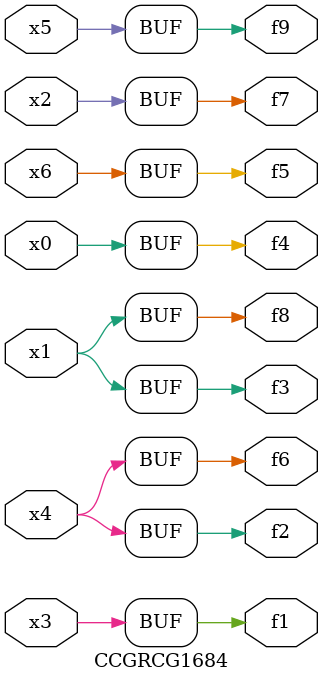
<source format=v>
module CCGRCG1684(
	input x0, x1, x2, x3, x4, x5, x6,
	output f1, f2, f3, f4, f5, f6, f7, f8, f9
);
	assign f1 = x3;
	assign f2 = x4;
	assign f3 = x1;
	assign f4 = x0;
	assign f5 = x6;
	assign f6 = x4;
	assign f7 = x2;
	assign f8 = x1;
	assign f9 = x5;
endmodule

</source>
